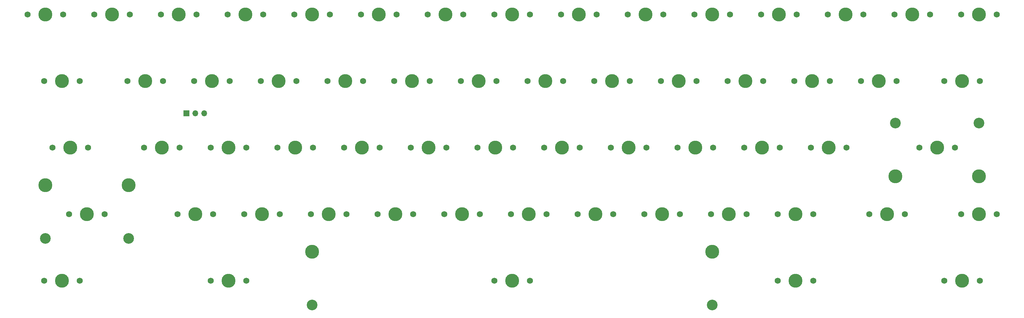
<source format=gts>
G04 #@! TF.GenerationSoftware,KiCad,Pcbnew,(6.0.1)*
G04 #@! TF.CreationDate,2022-02-20T01:23:08-08:00*
G04 #@! TF.ProjectId,wkl60,776b6c36-302e-46b6-9963-61645f706362,rev?*
G04 #@! TF.SameCoordinates,Original*
G04 #@! TF.FileFunction,Soldermask,Top*
G04 #@! TF.FilePolarity,Negative*
%FSLAX46Y46*%
G04 Gerber Fmt 4.6, Leading zero omitted, Abs format (unit mm)*
G04 Created by KiCad (PCBNEW (6.0.1)) date 2022-02-20 01:23:08*
%MOMM*%
%LPD*%
G01*
G04 APERTURE LIST*
%ADD10C,3.987800*%
%ADD11C,1.750000*%
%ADD12C,3.048000*%
%ADD13R,1.700000X1.700000*%
%ADD14O,1.700000X1.700000*%
G04 APERTURE END LIST*
D10*
X265165042Y-110445000D03*
D11*
X270245042Y-110445000D03*
X260085042Y-110445000D03*
X79745042Y-110445000D03*
D10*
X74665042Y-110445000D03*
D11*
X69585042Y-110445000D03*
X84507542Y-186645000D03*
D10*
X79427542Y-186645000D03*
D11*
X74347542Y-186645000D03*
X122607542Y-167595000D03*
D10*
X117527542Y-167595000D03*
D11*
X112447542Y-167595000D03*
D10*
X127052542Y-186645000D03*
D11*
X132132542Y-186645000D03*
X121972542Y-186645000D03*
D10*
X188965042Y-110445000D03*
D11*
X183885042Y-110445000D03*
X194045042Y-110445000D03*
D10*
X303265042Y-110445000D03*
D11*
X308345042Y-110445000D03*
X298185042Y-110445000D03*
X227382542Y-148545000D03*
D10*
X222302542Y-148545000D03*
D11*
X217222542Y-148545000D03*
D10*
X165152542Y-148545000D03*
D11*
X160072542Y-148545000D03*
X170232542Y-148545000D03*
D12*
X150865042Y-193630000D03*
D10*
X208015042Y-186645000D03*
X265165042Y-178390000D03*
D11*
X213095042Y-186645000D03*
D12*
X265165042Y-193630000D03*
D11*
X202935042Y-186645000D03*
D10*
X150865042Y-178390000D03*
X131815042Y-110445000D03*
D11*
X126735042Y-110445000D03*
X136895042Y-110445000D03*
D10*
X174677542Y-167595000D03*
D11*
X179757542Y-167595000D03*
X169597542Y-167595000D03*
D10*
X108002542Y-148545000D03*
D11*
X113082542Y-148545000D03*
X102922542Y-148545000D03*
D10*
X112765042Y-110445000D03*
D11*
X117845042Y-110445000D03*
X107685042Y-110445000D03*
X198172542Y-148545000D03*
D10*
X203252542Y-148545000D03*
D11*
X208332542Y-148545000D03*
X145785042Y-110445000D03*
D10*
X150865042Y-110445000D03*
D11*
X155945042Y-110445000D03*
X255957542Y-167595000D03*
X245797542Y-167595000D03*
D10*
X250877542Y-167595000D03*
D11*
X288660042Y-129495000D03*
D10*
X293740042Y-129495000D03*
D11*
X298820042Y-129495000D03*
X336285042Y-110445000D03*
X346445042Y-110445000D03*
D10*
X341365042Y-110445000D03*
D11*
X146420042Y-129495000D03*
X136260042Y-129495000D03*
D10*
X141340042Y-129495000D03*
X198490042Y-129495000D03*
D11*
X203570042Y-129495000D03*
X193410042Y-129495000D03*
X289295042Y-110445000D03*
D10*
X284215042Y-110445000D03*
D11*
X279135042Y-110445000D03*
X336285042Y-167595000D03*
D10*
X341365042Y-167595000D03*
D11*
X346445042Y-167595000D03*
X283897542Y-167595000D03*
X294057542Y-167595000D03*
D10*
X288977542Y-167595000D03*
X298502542Y-148545000D03*
D11*
X303582542Y-148545000D03*
X293422542Y-148545000D03*
X226747542Y-167595000D03*
D10*
X231827542Y-167595000D03*
D11*
X236907542Y-167595000D03*
X294057542Y-186645000D03*
X283897542Y-186645000D03*
D10*
X288977542Y-186645000D03*
D11*
X310091292Y-167595000D03*
D10*
X315171292Y-167595000D03*
D11*
X320251292Y-167595000D03*
D10*
X212777542Y-167595000D03*
D11*
X217857542Y-167595000D03*
X207697542Y-167595000D03*
D10*
X127052542Y-148545000D03*
D11*
X132132542Y-148545000D03*
X121972542Y-148545000D03*
X341682542Y-186645000D03*
D10*
X336602542Y-186645000D03*
D11*
X331522542Y-186645000D03*
X117210042Y-129495000D03*
D10*
X122290042Y-129495000D03*
D11*
X127370042Y-129495000D03*
D10*
X217540042Y-129495000D03*
D11*
X212460042Y-129495000D03*
X222620042Y-129495000D03*
X189282542Y-148545000D03*
X179122542Y-148545000D03*
D10*
X184202542Y-148545000D03*
X322315042Y-110445000D03*
D11*
X317235042Y-110445000D03*
X327395042Y-110445000D03*
X150547542Y-167595000D03*
X160707542Y-167595000D03*
D10*
X155627542Y-167595000D03*
D11*
X275007542Y-167595000D03*
X264847542Y-167595000D03*
D10*
X269927542Y-167595000D03*
X208015042Y-110445000D03*
D11*
X202935042Y-110445000D03*
X213095042Y-110445000D03*
D10*
X146102542Y-148545000D03*
D11*
X151182542Y-148545000D03*
X141022542Y-148545000D03*
X232145042Y-110445000D03*
X221985042Y-110445000D03*
D10*
X227065042Y-110445000D03*
D11*
X98160042Y-129495000D03*
X108320042Y-129495000D03*
D10*
X103240042Y-129495000D03*
D11*
X317870042Y-129495000D03*
X307710042Y-129495000D03*
D10*
X312790042Y-129495000D03*
D11*
X236272542Y-148545000D03*
D10*
X241352542Y-148545000D03*
D11*
X246432542Y-148545000D03*
X76728792Y-148545000D03*
D10*
X81808792Y-148545000D03*
D11*
X86888792Y-148545000D03*
D10*
X86571292Y-167595000D03*
X98477542Y-159340000D03*
D11*
X81491292Y-167595000D03*
X91651292Y-167595000D03*
D12*
X98477542Y-174580000D03*
D10*
X74665042Y-159340000D03*
D12*
X74665042Y-174580000D03*
D11*
X74347542Y-129495000D03*
X84507542Y-129495000D03*
D10*
X79427542Y-129495000D03*
D11*
X279770042Y-129495000D03*
D10*
X274690042Y-129495000D03*
D11*
X269610042Y-129495000D03*
X260720042Y-129495000D03*
D10*
X255640042Y-129495000D03*
D11*
X250560042Y-129495000D03*
X274372542Y-148545000D03*
D10*
X279452542Y-148545000D03*
D11*
X284532542Y-148545000D03*
X98795042Y-110445000D03*
X88635042Y-110445000D03*
D10*
X93715042Y-110445000D03*
D11*
X184520042Y-129495000D03*
X174360042Y-129495000D03*
D10*
X179440042Y-129495000D03*
D11*
X188647542Y-167595000D03*
X198807542Y-167595000D03*
D10*
X193727542Y-167595000D03*
D11*
X255322542Y-148545000D03*
D10*
X260402542Y-148545000D03*
D11*
X265482542Y-148545000D03*
X174995042Y-110445000D03*
D10*
X169915042Y-110445000D03*
D11*
X164835042Y-110445000D03*
X331522542Y-129495000D03*
X341682542Y-129495000D03*
D10*
X336602542Y-129495000D03*
X136577542Y-167595000D03*
D11*
X131497542Y-167595000D03*
X141657542Y-167595000D03*
X231510042Y-129495000D03*
X241670042Y-129495000D03*
D10*
X236590042Y-129495000D03*
X160390042Y-129495000D03*
D11*
X165470042Y-129495000D03*
X155310042Y-129495000D03*
X241035042Y-110445000D03*
D10*
X246115042Y-110445000D03*
D11*
X251195042Y-110445000D03*
D10*
X317552542Y-156800000D03*
X341365042Y-156800000D03*
X329458792Y-148545000D03*
D12*
X317552542Y-141560000D03*
D11*
X334538792Y-148545000D03*
D12*
X341365042Y-141560000D03*
D11*
X324378792Y-148545000D03*
D13*
X114982542Y-138751250D03*
D14*
X117522542Y-138751250D03*
X120062542Y-138751250D03*
M02*

</source>
